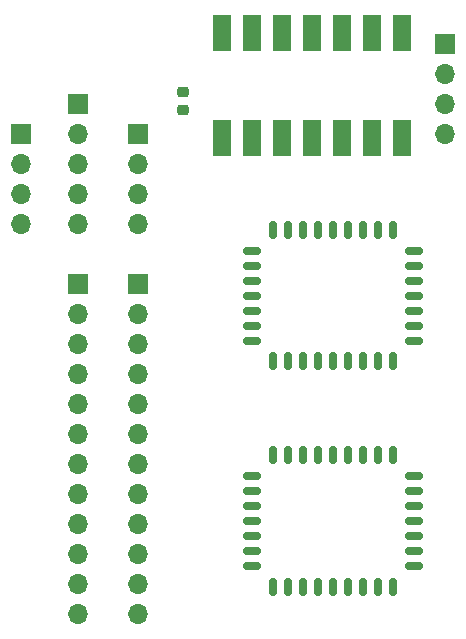
<source format=gts>
%TF.GenerationSoftware,KiCad,Pcbnew,(6.0.6)*%
%TF.CreationDate,2022-07-04T12:30:35-04:00*%
%TF.ProjectId,HP9825_ROM_Replacement,48503938-3235-45f5-924f-4d5f5265706c,rev?*%
%TF.SameCoordinates,Original*%
%TF.FileFunction,Soldermask,Top*%
%TF.FilePolarity,Negative*%
%FSLAX46Y46*%
G04 Gerber Fmt 4.6, Leading zero omitted, Abs format (unit mm)*
G04 Created by KiCad (PCBNEW (6.0.6)) date 2022-07-04 12:30:35*
%MOMM*%
%LPD*%
G01*
G04 APERTURE LIST*
G04 Aperture macros list*
%AMRoundRect*
0 Rectangle with rounded corners*
0 $1 Rounding radius*
0 $2 $3 $4 $5 $6 $7 $8 $9 X,Y pos of 4 corners*
0 Add a 4 corners polygon primitive as box body*
4,1,4,$2,$3,$4,$5,$6,$7,$8,$9,$2,$3,0*
0 Add four circle primitives for the rounded corners*
1,1,$1+$1,$2,$3*
1,1,$1+$1,$4,$5*
1,1,$1+$1,$6,$7*
1,1,$1+$1,$8,$9*
0 Add four rect primitives between the rounded corners*
20,1,$1+$1,$2,$3,$4,$5,0*
20,1,$1+$1,$4,$5,$6,$7,0*
20,1,$1+$1,$6,$7,$8,$9,0*
20,1,$1+$1,$8,$9,$2,$3,0*%
G04 Aperture macros list end*
%ADD10R,1.700000X1.700000*%
%ADD11O,1.700000X1.700000*%
%ADD12RoundRect,0.225000X-0.250000X0.225000X-0.250000X-0.225000X0.250000X-0.225000X0.250000X0.225000X0*%
%ADD13R,1.600000X3.100000*%
%ADD14RoundRect,0.150000X0.587500X-0.150000X0.587500X0.150000X-0.587500X0.150000X-0.587500X-0.150000X0*%
%ADD15RoundRect,0.150000X0.150000X-0.587500X0.150000X0.587500X-0.150000X0.587500X-0.150000X-0.587500X0*%
G04 APERTURE END LIST*
D10*
%TO.C,J1RD1*%
X167640000Y-96520000D03*
D11*
X167640000Y-99060000D03*
X167640000Y-101600000D03*
X167640000Y-104140000D03*
X167640000Y-106680000D03*
X167640000Y-109220000D03*
X167640000Y-111760000D03*
X167640000Y-114300000D03*
X167640000Y-116840000D03*
X167640000Y-119380000D03*
X167640000Y-121920000D03*
X167640000Y-124460000D03*
%TD*%
D10*
%TO.C,J1LD1*%
X162560000Y-96520000D03*
D11*
X162560000Y-99060000D03*
X162560000Y-101600000D03*
X162560000Y-104140000D03*
X162560000Y-106680000D03*
X162560000Y-109220000D03*
X162560000Y-111760000D03*
X162560000Y-114300000D03*
X162560000Y-116840000D03*
X162560000Y-119380000D03*
X162560000Y-121920000D03*
X162560000Y-124460000D03*
%TD*%
D10*
%TO.C,J4*%
X193598800Y-76235400D03*
D11*
X193598800Y-78775400D03*
X193598800Y-81315400D03*
X193598800Y-83855400D03*
%TD*%
D10*
%TO.C,J1RU1*%
X167640000Y-83820000D03*
D11*
X167640000Y-86360000D03*
X167640000Y-88900000D03*
X167640000Y-91440000D03*
%TD*%
D12*
%TO.C,C1*%
X171450000Y-80251000D03*
X171450000Y-81801000D03*
%TD*%
D13*
%TO.C,U3*%
X174752000Y-84201000D03*
X177292000Y-84201000D03*
X179832000Y-84201000D03*
X182372000Y-84201000D03*
X184912000Y-84201000D03*
X187452000Y-84201000D03*
X189992000Y-84201000D03*
X189992000Y-75311000D03*
X187452000Y-75311000D03*
X184912000Y-75311000D03*
X182372000Y-75311000D03*
X179832000Y-75311000D03*
X177292000Y-75311000D03*
X174752000Y-75311000D03*
%TD*%
D14*
%TO.C,U1*%
X177312500Y-97536000D03*
X177312500Y-98806000D03*
X177312500Y-100076000D03*
X177312500Y-101346000D03*
D15*
X179070000Y-103098500D03*
X180340000Y-103098500D03*
X181610000Y-103098500D03*
X182880000Y-103098500D03*
X184150000Y-103098500D03*
X185420000Y-103098500D03*
X186690000Y-103098500D03*
X187960000Y-103098500D03*
X189230000Y-103098500D03*
D14*
X190987500Y-101346000D03*
X190987500Y-100076000D03*
X190987500Y-98806000D03*
X190987500Y-97536000D03*
X190987500Y-96266000D03*
X190987500Y-94996000D03*
X190987500Y-93726000D03*
D15*
X189230000Y-91973500D03*
X187960000Y-91973500D03*
X186690000Y-91973500D03*
X185420000Y-91973500D03*
X184150000Y-91973500D03*
X182880000Y-91973500D03*
X181610000Y-91973500D03*
X180340000Y-91973500D03*
X179070000Y-91973500D03*
D14*
X177312500Y-93726000D03*
X177312500Y-94996000D03*
X177312500Y-96266000D03*
%TD*%
D10*
%TO.C,J3*%
X157734000Y-83830000D03*
D11*
X157734000Y-86370000D03*
X157734000Y-88910000D03*
X157734000Y-91450000D03*
%TD*%
D14*
%TO.C,U2*%
X177312500Y-116606000D03*
X177312500Y-117876000D03*
X177312500Y-119146000D03*
X177312500Y-120416000D03*
D15*
X179070000Y-122168500D03*
X180340000Y-122168500D03*
X181610000Y-122168500D03*
X182880000Y-122168500D03*
X184150000Y-122168500D03*
X185420000Y-122168500D03*
X186690000Y-122168500D03*
X187960000Y-122168500D03*
X189230000Y-122168500D03*
D14*
X190987500Y-120416000D03*
X190987500Y-119146000D03*
X190987500Y-117876000D03*
X190987500Y-116606000D03*
X190987500Y-115336000D03*
X190987500Y-114066000D03*
X190987500Y-112796000D03*
D15*
X189230000Y-111043500D03*
X187960000Y-111043500D03*
X186690000Y-111043500D03*
X185420000Y-111043500D03*
X184150000Y-111043500D03*
X182880000Y-111043500D03*
X181610000Y-111043500D03*
X180340000Y-111043500D03*
X179070000Y-111043500D03*
D14*
X177312500Y-112796000D03*
X177312500Y-114066000D03*
X177312500Y-115336000D03*
%TD*%
D10*
%TO.C,J1LU1*%
X162560000Y-81280000D03*
D11*
X162560000Y-83820000D03*
X162560000Y-86360000D03*
X162560000Y-88900000D03*
X162560000Y-91440000D03*
%TD*%
M02*

</source>
